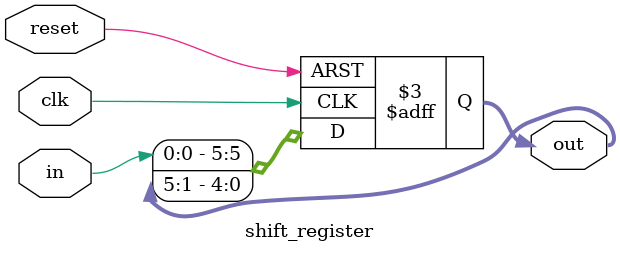
<source format=v>
module shift_register (clk, reset, in, out);
input clk, reset, in;
output [5:0] out;
reg [5:0] out;

always @(negedge reset or posedge clk) begin
    if (~reset)
        out <= 0;
    else
        out <= {in, out[5:1]};
end
endmodule

</source>
